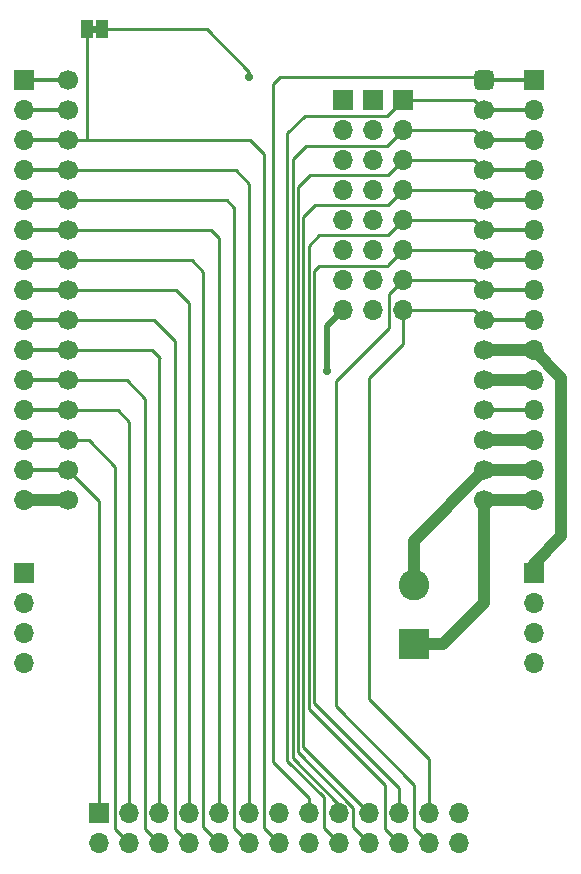
<source format=gtl>
G04 #@! TF.GenerationSoftware,KiCad,Pcbnew,(6.0.7)*
G04 #@! TF.CreationDate,2023-01-29T13:56:44+08:00*
G04 #@! TF.ProjectId,mainBoard,6d61696e-426f-4617-9264-2e6b69636164,rev?*
G04 #@! TF.SameCoordinates,Original*
G04 #@! TF.FileFunction,Copper,L1,Top*
G04 #@! TF.FilePolarity,Positive*
%FSLAX46Y46*%
G04 Gerber Fmt 4.6, Leading zero omitted, Abs format (unit mm)*
G04 Created by KiCad (PCBNEW (6.0.7)) date 2023-01-29 13:56:44*
%MOMM*%
%LPD*%
G01*
G04 APERTURE LIST*
G04 Aperture macros list*
%AMRoundRect*
0 Rectangle with rounded corners*
0 $1 Rounding radius*
0 $2 $3 $4 $5 $6 $7 $8 $9 X,Y pos of 4 corners*
0 Add a 4 corners polygon primitive as box body*
4,1,4,$2,$3,$4,$5,$6,$7,$8,$9,$2,$3,0*
0 Add four circle primitives for the rounded corners*
1,1,$1+$1,$2,$3*
1,1,$1+$1,$4,$5*
1,1,$1+$1,$6,$7*
1,1,$1+$1,$8,$9*
0 Add four rect primitives between the rounded corners*
20,1,$1+$1,$2,$3,$4,$5,0*
20,1,$1+$1,$4,$5,$6,$7,0*
20,1,$1+$1,$6,$7,$8,$9,0*
20,1,$1+$1,$8,$9,$2,$3,0*%
G04 Aperture macros list end*
G04 #@! TA.AperFunction,ComponentPad*
%ADD10R,1.700000X1.700000*%
G04 #@! TD*
G04 #@! TA.AperFunction,ComponentPad*
%ADD11O,1.700000X1.700000*%
G04 #@! TD*
G04 #@! TA.AperFunction,ComponentPad*
%ADD12RoundRect,0.425000X-0.425000X-0.425000X0.425000X-0.425000X0.425000X0.425000X-0.425000X0.425000X0*%
G04 #@! TD*
G04 #@! TA.AperFunction,ComponentPad*
%ADD13C,1.700000*%
G04 #@! TD*
G04 #@! TA.AperFunction,SMDPad,CuDef*
%ADD14R,1.000000X1.500000*%
G04 #@! TD*
G04 #@! TA.AperFunction,ComponentPad*
%ADD15R,2.600000X2.600000*%
G04 #@! TD*
G04 #@! TA.AperFunction,ComponentPad*
%ADD16C,2.600000*%
G04 #@! TD*
G04 #@! TA.AperFunction,ViaPad*
%ADD17C,0.700000*%
G04 #@! TD*
G04 #@! TA.AperFunction,Conductor*
%ADD18C,0.500000*%
G04 #@! TD*
G04 #@! TA.AperFunction,Conductor*
%ADD19C,1.000000*%
G04 #@! TD*
G04 #@! TA.AperFunction,Conductor*
%ADD20C,0.300000*%
G04 #@! TD*
G04 #@! TA.AperFunction,Conductor*
%ADD21C,0.254000*%
G04 #@! TD*
G04 APERTURE END LIST*
G36*
X133250000Y-66300000D02*
G01*
X132750000Y-66300000D01*
X132750000Y-65700000D01*
X133250000Y-65700000D01*
X133250000Y-66300000D01*
G37*
D10*
X127000000Y-70305000D03*
D11*
X127000000Y-72845000D03*
X127000000Y-75385000D03*
X127000000Y-77925000D03*
X127000000Y-80465000D03*
X127000000Y-83005000D03*
X127000000Y-85545000D03*
X127000000Y-88085000D03*
X127000000Y-90625000D03*
X127000000Y-93165000D03*
X127000000Y-95705000D03*
X127000000Y-98245000D03*
X127000000Y-100785000D03*
X127000000Y-103325000D03*
X127000000Y-105865000D03*
D12*
X165953000Y-70305000D03*
D13*
X165953000Y-72845000D03*
X165953000Y-75385000D03*
X165953000Y-77925000D03*
X165953000Y-80465000D03*
X165953000Y-83005000D03*
X165953000Y-85545000D03*
X165953000Y-88085000D03*
X165953000Y-90625000D03*
X165953000Y-93165000D03*
X165953000Y-95705000D03*
X165953000Y-98245000D03*
X165953000Y-100785000D03*
X165953000Y-103325000D03*
X165953000Y-105865000D03*
X130745000Y-70305000D03*
X130745000Y-72845000D03*
X130745000Y-75385000D03*
X130745000Y-77925000D03*
X130745000Y-80465000D03*
X130745000Y-83005000D03*
X130745000Y-85545000D03*
X130745000Y-88085000D03*
X130745000Y-90625000D03*
X130745000Y-93165000D03*
X130745000Y-95705000D03*
X130745000Y-98245000D03*
X130745000Y-100785000D03*
X130745000Y-103325000D03*
X130745000Y-105865000D03*
D10*
X170180000Y-70305000D03*
D11*
X170180000Y-72845000D03*
X170180000Y-75385000D03*
X170180000Y-77925000D03*
X170180000Y-80465000D03*
X170180000Y-83005000D03*
X170180000Y-85545000D03*
X170180000Y-88085000D03*
X170180000Y-90625000D03*
X170180000Y-93165000D03*
X170180000Y-95705000D03*
X170180000Y-98245000D03*
X170180000Y-100785000D03*
X170180000Y-103325000D03*
X170180000Y-105865000D03*
D10*
X170180000Y-112000000D03*
D11*
X170180000Y-114540000D03*
X170180000Y-117080000D03*
X170180000Y-119620000D03*
D10*
X127000000Y-112000000D03*
D11*
X127000000Y-114540000D03*
X127000000Y-117080000D03*
X127000000Y-119620000D03*
D14*
X133650000Y-66000000D03*
X132350000Y-66000000D03*
D10*
X154000000Y-72000000D03*
D11*
X154000000Y-74540000D03*
X154000000Y-77080000D03*
X154000000Y-79620000D03*
X154000000Y-82160000D03*
X154000000Y-84700000D03*
X154000000Y-87240000D03*
X154000000Y-89780000D03*
D10*
X133365000Y-132350000D03*
D11*
X135905000Y-132350000D03*
X138445000Y-132350000D03*
X140985000Y-132350000D03*
X143525000Y-132350000D03*
X146065000Y-132350000D03*
X148605000Y-132350000D03*
X151145000Y-132350000D03*
X153685000Y-132350000D03*
X156225000Y-132350000D03*
X158765000Y-132350000D03*
X161305000Y-132350000D03*
X163845000Y-132350000D03*
X133365000Y-134890000D03*
X135905000Y-134890000D03*
X138445000Y-134890000D03*
X140985000Y-134890000D03*
X143525000Y-134890000D03*
X146065000Y-134890000D03*
X148605000Y-134890000D03*
X151145000Y-134890000D03*
X153685000Y-134890000D03*
X156225000Y-134890000D03*
X158765000Y-134890000D03*
X161305000Y-134890000D03*
X163845000Y-134890000D03*
D15*
X160000000Y-118000000D03*
D16*
X160000000Y-113000000D03*
D10*
X156540000Y-72000000D03*
D11*
X156540000Y-74540000D03*
X156540000Y-77080000D03*
X156540000Y-79620000D03*
X156540000Y-82160000D03*
X156540000Y-84700000D03*
X156540000Y-87240000D03*
X156540000Y-89780000D03*
D10*
X159080000Y-72000000D03*
D11*
X159080000Y-74540000D03*
X159080000Y-77080000D03*
X159080000Y-79620000D03*
X159080000Y-82160000D03*
X159080000Y-84700000D03*
X159080000Y-87240000D03*
X159080000Y-89780000D03*
D17*
X152700000Y-94900000D03*
X146087500Y-70014500D03*
D18*
X152700000Y-91080000D02*
X152700000Y-94900000D01*
X154000000Y-89780000D02*
X152700000Y-91080000D01*
D19*
X165953000Y-103325000D02*
X160000000Y-109278000D01*
X165953000Y-103325000D02*
X170180000Y-103325000D01*
X127000000Y-105865000D02*
X130745000Y-105865000D01*
X165953000Y-100785000D02*
X170180000Y-100785000D01*
X160000000Y-109278000D02*
X160000000Y-113000000D01*
D20*
X165953000Y-70305000D02*
X170180000Y-70305000D01*
D21*
X151145000Y-131045000D02*
X148100000Y-128000000D01*
X148700000Y-70000000D02*
X165648000Y-70000000D01*
X165648000Y-70000000D02*
X165953000Y-70305000D01*
X148100000Y-128000000D02*
X148100000Y-70600000D01*
X148100000Y-70600000D02*
X148700000Y-70000000D01*
X151145000Y-132350000D02*
X151145000Y-131045000D01*
D20*
X165953000Y-75385000D02*
X170180000Y-75385000D01*
D21*
X159080000Y-74540000D02*
X165108000Y-74540000D01*
X153685000Y-132350000D02*
X153685000Y-131642948D01*
X150854000Y-75900000D02*
X157720000Y-75900000D01*
X149754000Y-127711948D02*
X149754000Y-77000000D01*
X165108000Y-74540000D02*
X165953000Y-75385000D01*
X157720000Y-75900000D02*
X159080000Y-74540000D01*
X149754000Y-77000000D02*
X150854000Y-75900000D01*
X153685000Y-131642948D02*
X149754000Y-127711948D01*
X159080000Y-79620000D02*
X165108000Y-79620000D01*
X150662000Y-126787000D02*
X150662000Y-81900000D01*
X157800000Y-80900000D02*
X159080000Y-79620000D01*
X151662000Y-80900000D02*
X157800000Y-80900000D01*
D20*
X165953000Y-80465000D02*
X170180000Y-80465000D01*
D21*
X165108000Y-79620000D02*
X165953000Y-80465000D01*
X156225000Y-132350000D02*
X150662000Y-126787000D01*
X150662000Y-81900000D02*
X151662000Y-80900000D01*
D20*
X165953000Y-85545000D02*
X170180000Y-85545000D01*
D21*
X157800000Y-85980000D02*
X159080000Y-84700000D01*
X159080000Y-84700000D02*
X165108000Y-84700000D01*
X151570000Y-123000000D02*
X151570000Y-86430000D01*
X158765000Y-132350000D02*
X158765000Y-130195000D01*
X152000000Y-86000000D02*
X157800000Y-86000000D01*
X157800000Y-86000000D02*
X157800000Y-85980000D01*
X158765000Y-130195000D02*
X151570000Y-123000000D01*
X165108000Y-84700000D02*
X165953000Y-85545000D01*
X151570000Y-86430000D02*
X152000000Y-86000000D01*
X159080000Y-89780000D02*
X165108000Y-89780000D01*
X165108000Y-89780000D02*
X165953000Y-90625000D01*
X156200000Y-95500000D02*
X159080000Y-92620000D01*
X159080000Y-92620000D02*
X159080000Y-89780000D01*
X161305000Y-132350000D02*
X161305000Y-127805000D01*
D20*
X165953000Y-90625000D02*
X170180000Y-90625000D01*
D21*
X161305000Y-127805000D02*
X156200000Y-122700000D01*
X156200000Y-122700000D02*
X156200000Y-95500000D01*
D20*
X127000000Y-72845000D02*
X130745000Y-72845000D01*
X127000000Y-77925000D02*
X130745000Y-77925000D01*
D21*
X144925000Y-77925000D02*
X130745000Y-77925000D01*
X146065000Y-79065000D02*
X144925000Y-77925000D01*
X146065000Y-132350000D02*
X146065000Y-79065000D01*
X143525000Y-83655000D02*
X142875000Y-83005000D01*
X143525000Y-132350000D02*
X143525000Y-83655000D01*
X142875000Y-83005000D02*
X130745000Y-83005000D01*
D20*
X127000000Y-83005000D02*
X130745000Y-83005000D01*
D21*
X139885000Y-88085000D02*
X130745000Y-88085000D01*
X140985000Y-132350000D02*
X140985000Y-89185000D01*
X140985000Y-89185000D02*
X139885000Y-88085000D01*
D20*
X127000000Y-88085000D02*
X130745000Y-88085000D01*
D21*
X138445000Y-132350000D02*
X138445000Y-93855000D01*
X137865000Y-93165000D02*
X130745000Y-93165000D01*
X138445000Y-93855000D02*
X138500000Y-93800000D01*
X138500000Y-93800000D02*
X137865000Y-93165000D01*
D20*
X127000000Y-93165000D02*
X130745000Y-93165000D01*
D21*
X134945000Y-98245000D02*
X130745000Y-98245000D01*
X135905000Y-99205000D02*
X134945000Y-98245000D01*
D20*
X127000000Y-98245000D02*
X130745000Y-98245000D01*
D21*
X135905000Y-132350000D02*
X135905000Y-99205000D01*
X133365000Y-105945000D02*
X130745000Y-103325000D01*
X133365000Y-132350000D02*
X133365000Y-105945000D01*
D20*
X127000000Y-103325000D02*
X130745000Y-103325000D01*
D21*
X153685000Y-134890000D02*
X152413550Y-133618550D01*
X152413550Y-133618550D02*
X152413550Y-131013550D01*
X157780000Y-73300000D02*
X159080000Y-72000000D01*
X165108000Y-72000000D02*
X165953000Y-72845000D01*
X149300000Y-74800000D02*
X150800000Y-73300000D01*
X150800000Y-73300000D02*
X157780000Y-73300000D01*
D20*
X165953000Y-72845000D02*
X170180000Y-72845000D01*
D21*
X149300000Y-127900000D02*
X149300000Y-74800000D01*
X152413550Y-131013550D02*
X149300000Y-127900000D01*
X159080000Y-72000000D02*
X165108000Y-72000000D01*
X154900000Y-133565000D02*
X154900000Y-131900000D01*
D20*
X165953000Y-77925000D02*
X170180000Y-77925000D01*
D21*
X150208000Y-127208000D02*
X150208000Y-79300000D01*
X150208000Y-79300000D02*
X151208000Y-78300000D01*
X156225000Y-134890000D02*
X154900000Y-133565000D01*
X159080000Y-77080000D02*
X165108000Y-77080000D01*
X165108000Y-77080000D02*
X165953000Y-77925000D01*
X154900000Y-131900000D02*
X150208000Y-127208000D01*
X151208000Y-78300000D02*
X157860000Y-78300000D01*
X157860000Y-78300000D02*
X159080000Y-77080000D01*
X151116000Y-84300000D02*
X152016000Y-83400000D01*
X158765000Y-134890000D02*
X157588000Y-133713000D01*
X152016000Y-83400000D02*
X157840000Y-83400000D01*
X165108000Y-82160000D02*
X165953000Y-83005000D01*
X151116000Y-123516000D02*
X151116000Y-84300000D01*
X157588000Y-129988000D02*
X151116000Y-123516000D01*
X157840000Y-83400000D02*
X159080000Y-82160000D01*
X157588000Y-133713000D02*
X157588000Y-129988000D01*
X159080000Y-82160000D02*
X165108000Y-82160000D01*
D20*
X165953000Y-83005000D02*
X170180000Y-83005000D01*
D21*
X161305000Y-134890000D02*
X160033550Y-133618550D01*
X159080000Y-87240000D02*
X165108000Y-87240000D01*
X157900000Y-91300000D02*
X157900000Y-88400000D01*
X160033550Y-129933550D02*
X153400000Y-123300000D01*
X153400000Y-95800000D02*
X157900000Y-91300000D01*
X165108000Y-87240000D02*
X165953000Y-88085000D01*
D20*
X165953000Y-88085000D02*
X170180000Y-88085000D01*
D21*
X160033550Y-133618550D02*
X160033550Y-129933550D01*
X153400000Y-123300000D02*
X153400000Y-95800000D01*
X157920000Y-88400000D02*
X159080000Y-87240000D01*
X157900000Y-88400000D02*
X157920000Y-88400000D01*
D20*
X127000000Y-70305000D02*
X130745000Y-70305000D01*
D21*
X147333550Y-133618550D02*
X147333550Y-76533550D01*
X132415000Y-75385000D02*
X130745000Y-75385000D01*
X132350000Y-75320000D02*
X132415000Y-75385000D01*
X132350000Y-66000000D02*
X132350000Y-75320000D01*
X146185000Y-75385000D02*
X132415000Y-75385000D01*
D20*
X127000000Y-75385000D02*
X130745000Y-75385000D01*
D21*
X147333550Y-76533550D02*
X146185000Y-75385000D01*
X148605000Y-134890000D02*
X147333550Y-133618550D01*
X146065000Y-134890000D02*
X144793550Y-133618550D01*
X144159239Y-80465000D02*
X130745000Y-80465000D01*
X144793550Y-81099311D02*
X144159239Y-80465000D01*
X144793550Y-133618550D02*
X144793550Y-81099311D01*
D20*
X127000000Y-80465000D02*
X130745000Y-80465000D01*
X127000000Y-85545000D02*
X130745000Y-85545000D01*
D21*
X142200000Y-133565000D02*
X142200000Y-86500000D01*
X141245000Y-85545000D02*
X130745000Y-85545000D01*
X142200000Y-86500000D02*
X141245000Y-85545000D01*
X143525000Y-134890000D02*
X142200000Y-133565000D01*
X140985000Y-134890000D02*
X139808000Y-133713000D01*
D20*
X127000000Y-90625000D02*
X130745000Y-90625000D01*
D21*
X139808000Y-133713000D02*
X139808000Y-92408000D01*
X138025000Y-90625000D02*
X130745000Y-90625000D01*
X139808000Y-92408000D02*
X138025000Y-90625000D01*
X137268000Y-133713000D02*
X137268000Y-97268000D01*
X138445000Y-134890000D02*
X137268000Y-133713000D01*
D20*
X127000000Y-95705000D02*
X130745000Y-95705000D01*
D21*
X137268000Y-97268000D02*
X135705000Y-95705000D01*
X135705000Y-95705000D02*
X130745000Y-95705000D01*
D20*
X127000000Y-100785000D02*
X130745000Y-100785000D01*
D21*
X134728000Y-133713000D02*
X134728000Y-103028000D01*
X134728000Y-103028000D02*
X132485000Y-100785000D01*
X135905000Y-134890000D02*
X134728000Y-133713000D01*
X132485000Y-100785000D02*
X130745000Y-100785000D01*
D19*
X170180000Y-93165000D02*
X172502103Y-95487103D01*
X170180000Y-111220000D02*
X170180000Y-112000000D01*
X172502103Y-95487103D02*
X172502103Y-108897897D01*
X165953000Y-93165000D02*
X170180000Y-93165000D01*
X172502103Y-108897897D02*
X170180000Y-111220000D01*
X165953000Y-95705000D02*
X170180000Y-95705000D01*
D20*
X165953000Y-98245000D02*
X170180000Y-98245000D01*
D19*
X165953000Y-114547000D02*
X162500000Y-118000000D01*
X165953000Y-105865000D02*
X165953000Y-114547000D01*
X165953000Y-105865000D02*
X170180000Y-105865000D01*
X162500000Y-118000000D02*
X160000000Y-118000000D01*
D21*
X146087500Y-69587500D02*
X146087500Y-70014500D01*
X133650000Y-66000000D02*
X142500000Y-66000000D01*
X142500000Y-66000000D02*
X146087500Y-69587500D01*
M02*

</source>
